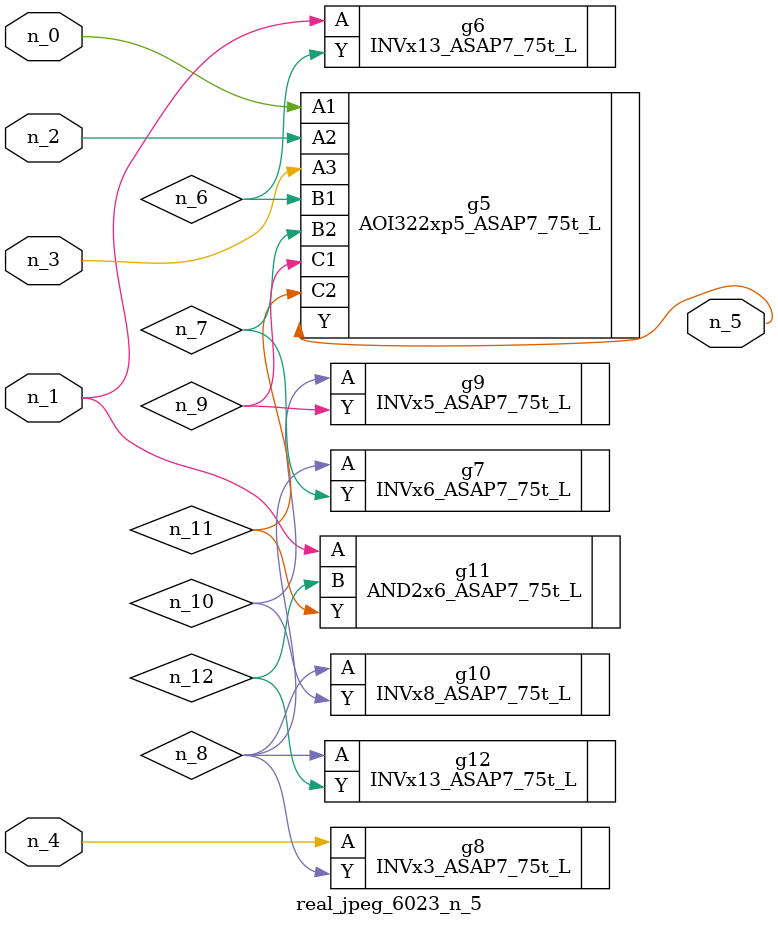
<source format=v>
module real_jpeg_6023_n_5 (n_4, n_0, n_1, n_2, n_3, n_5);

input n_4;
input n_0;
input n_1;
input n_2;
input n_3;

output n_5;

wire n_12;
wire n_8;
wire n_11;
wire n_6;
wire n_7;
wire n_10;
wire n_9;

AOI322xp5_ASAP7_75t_L g5 ( 
.A1(n_0),
.A2(n_2),
.A3(n_3),
.B1(n_6),
.B2(n_7),
.C1(n_9),
.C2(n_11),
.Y(n_5)
);

INVx13_ASAP7_75t_L g6 ( 
.A(n_1),
.Y(n_6)
);

AND2x6_ASAP7_75t_L g11 ( 
.A(n_1),
.B(n_12),
.Y(n_11)
);

INVx3_ASAP7_75t_L g8 ( 
.A(n_4),
.Y(n_8)
);

INVx6_ASAP7_75t_L g7 ( 
.A(n_8),
.Y(n_7)
);

INVx8_ASAP7_75t_L g10 ( 
.A(n_8),
.Y(n_10)
);

INVx13_ASAP7_75t_L g12 ( 
.A(n_8),
.Y(n_12)
);

INVx5_ASAP7_75t_L g9 ( 
.A(n_10),
.Y(n_9)
);


endmodule
</source>
